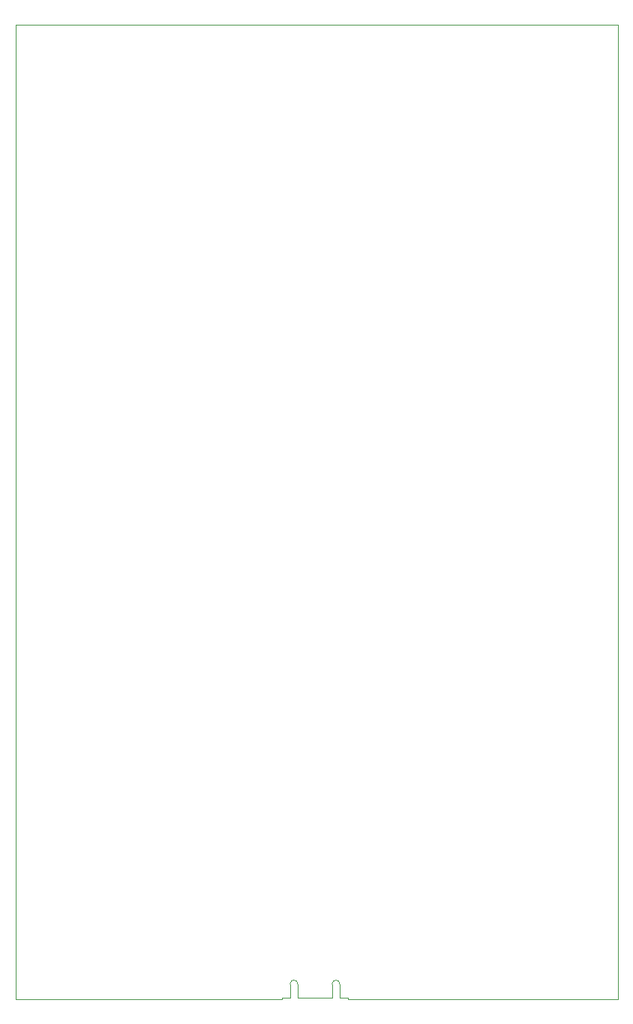
<source format=gbr>
%TF.GenerationSoftware,KiCad,Pcbnew,7.0.9-7.0.9~ubuntu22.04.1*%
%TF.CreationDate,2024-01-21T01:01:47-07:00*%
%TF.ProjectId,Multimeter,4d756c74-696d-4657-9465-722e6b696361,rev?*%
%TF.SameCoordinates,Original*%
%TF.FileFunction,Profile,NP*%
%FSLAX46Y46*%
G04 Gerber Fmt 4.6, Leading zero omitted, Abs format (unit mm)*
G04 Created by KiCad (PCBNEW 7.0.9-7.0.9~ubuntu22.04.1) date 2024-01-21 01:01:47*
%MOMM*%
%LPD*%
G01*
G04 APERTURE LIST*
%TA.AperFunction,Profile*%
%ADD10C,0.100000*%
%TD*%
G04 APERTURE END LIST*
D10*
X138050000Y-144850000D02*
X138050000Y-145000000D01*
X108000000Y-145000000D02*
X138050000Y-145000000D01*
X108000000Y-35000000D02*
X108000000Y-145000000D01*
X176000000Y-35000000D02*
X176000000Y-145000000D01*
X145550000Y-145000000D02*
X176000000Y-145000000D01*
X108000000Y-35000000D02*
X176000000Y-35000000D01*
X145550000Y-144850000D02*
X145550000Y-145000000D01*
%TO.C,J1*%
X138050000Y-144850000D02*
X139000000Y-144850000D01*
X139000000Y-143275000D02*
X139000000Y-144850000D01*
X139850000Y-143275000D02*
X139850000Y-144850000D01*
X139850000Y-144850000D02*
X143750000Y-144850000D01*
X143750000Y-143275000D02*
X143750000Y-144850000D01*
X144600000Y-143275000D02*
X144600000Y-144850000D01*
X144600000Y-144850000D02*
X145550000Y-144850000D01*
X139850000Y-143275000D02*
G75*
G03*
X139000000Y-143275000I-425000J0D01*
G01*
X144600000Y-143275000D02*
G75*
G03*
X143750000Y-143275000I-425000J0D01*
G01*
%TD*%
M02*

</source>
